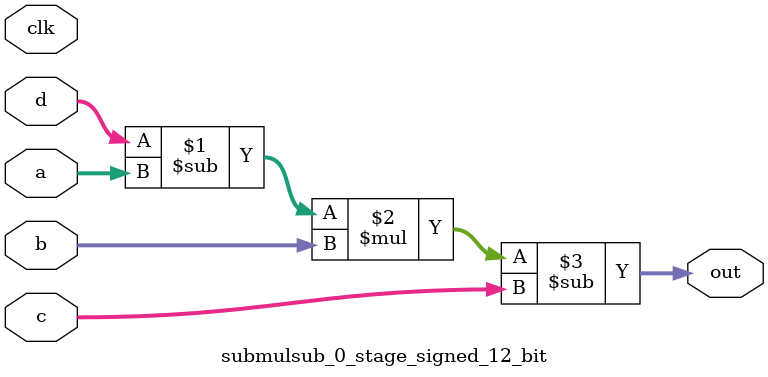
<source format=sv>
(* use_dsp = "yes" *) module submulsub_0_stage_signed_12_bit(
	input signed [11:0] a,
	input signed [11:0] b,
	input signed [11:0] c,
	input signed [11:0] d,
	output [11:0] out,
	input clk);

	assign out = ((d - a) * b) - c;
endmodule

</source>
